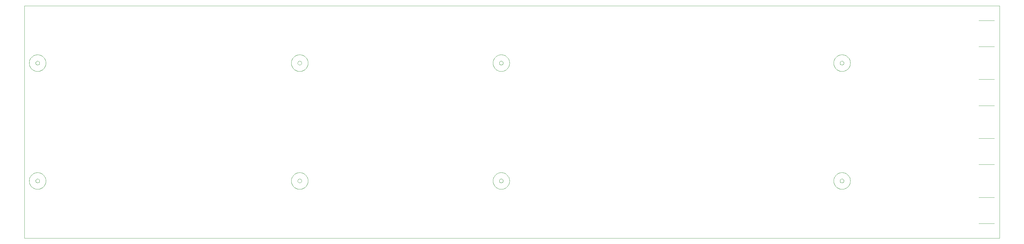
<source format=gbs>
*%FSLAX23Y23*%
*%MOIN*%
G01*
D11*
X4162Y5737D02*
X15879D01*
Y8532D02*
X4162D01*
Y5737D01*
X15879D02*
Y8532D01*
D34*
X15711Y8018D02*
D03*
Y8378D02*
D03*
X15731Y8298D02*
D03*
Y8098D02*
D03*
X15711Y7308D02*
D03*
Y7668D02*
D03*
X15731Y7588D02*
D03*
Y7388D02*
D03*
Y6880D02*
D03*
X15711Y6960D02*
D03*
X15811Y8018D02*
D03*
Y8378D02*
D03*
Y8298D02*
D03*
Y8098D02*
D03*
Y7308D02*
D03*
Y7668D02*
D03*
Y7588D02*
D03*
Y7388D02*
D03*
Y6880D02*
D03*
Y6960D02*
D03*
X15651Y8298D02*
D03*
Y8098D02*
D03*
Y7588D02*
D03*
Y7388D02*
D03*
Y6880D02*
D03*
X15731Y6680D02*
D03*
X15711Y6600D02*
D03*
X15731Y5971D02*
D03*
Y6171D02*
D03*
X15711Y6251D02*
D03*
Y5891D02*
D03*
X15811Y6680D02*
D03*
Y6600D02*
D03*
Y5971D02*
D03*
Y6171D02*
D03*
Y6251D02*
D03*
Y5891D02*
D03*
X15651Y6680D02*
D03*
Y5971D02*
D03*
Y6171D02*
D03*
X15501Y8103D02*
D03*
Y8308D02*
D03*
Y7393D02*
D03*
Y7598D02*
D03*
Y6890D02*
D03*
X15571Y8298D02*
D03*
X15611Y8018D02*
D03*
Y8378D02*
D03*
X15571Y8098D02*
D03*
Y7588D02*
D03*
X15611Y7308D02*
D03*
Y7668D02*
D03*
X15571Y7388D02*
D03*
X15611Y6960D02*
D03*
X15571Y6880D02*
D03*
X15436Y8118D02*
D03*
X15446Y8333D02*
D03*
X15436Y7408D02*
D03*
X15446Y7623D02*
D03*
Y6915D02*
D03*
X15501Y6685D02*
D03*
Y6181D02*
D03*
Y5976D02*
D03*
X15571Y6680D02*
D03*
X15611Y6600D02*
D03*
X15571Y5971D02*
D03*
X15611Y6251D02*
D03*
Y5891D02*
D03*
X15571Y6171D02*
D03*
X15436Y6700D02*
D03*
X15446Y6206D02*
D03*
X15436Y5991D02*
D03*
X15336Y8458D02*
D03*
Y7040D02*
D03*
Y7748D02*
D03*
X15321Y8168D02*
D03*
Y8373D02*
D03*
Y7458D02*
D03*
Y7663D02*
D03*
Y6955D02*
D03*
X15376Y8143D02*
D03*
X15386Y8358D02*
D03*
X15376Y7433D02*
D03*
X15386Y7648D02*
D03*
Y6940D02*
D03*
X15251Y8178D02*
D03*
Y8053D02*
D03*
Y7983D02*
D03*
Y7918D02*
D03*
Y8118D02*
D03*
Y8378D02*
D03*
Y7468D02*
D03*
Y7343D02*
D03*
Y7273D02*
D03*
Y7208D02*
D03*
Y7408D02*
D03*
Y7668D02*
D03*
Y6960D02*
D03*
X15336Y6331D02*
D03*
X15321Y6750D02*
D03*
Y6246D02*
D03*
Y6041D02*
D03*
X15376Y6725D02*
D03*
X15386Y6231D02*
D03*
X15376Y6016D02*
D03*
X15251Y6700D02*
D03*
Y6500D02*
D03*
Y6565D02*
D03*
Y6635D02*
D03*
Y6760D02*
D03*
Y6251D02*
D03*
Y5991D02*
D03*
Y5791D02*
D03*
Y5856D02*
D03*
Y5926D02*
D03*
Y6051D02*
D03*
X15121Y8378D02*
D03*
Y8178D02*
D03*
Y8118D02*
D03*
Y7918D02*
D03*
Y7668D02*
D03*
Y7468D02*
D03*
Y7408D02*
D03*
Y7208D02*
D03*
Y6960D02*
D03*
X15186Y8178D02*
D03*
Y8118D02*
D03*
Y7918D02*
D03*
Y7468D02*
D03*
Y7408D02*
D03*
Y7208D02*
D03*
X15061Y6960D02*
D03*
X15061Y8378D02*
D03*
Y8178D02*
D03*
Y8118D02*
D03*
Y7918D02*
D03*
Y7668D02*
D03*
Y7468D02*
D03*
Y7408D02*
D03*
Y7208D02*
D03*
X15121Y6500D02*
D03*
Y6700D02*
D03*
Y6760D02*
D03*
Y5791D02*
D03*
Y5991D02*
D03*
Y6051D02*
D03*
Y6251D02*
D03*
X15186Y6500D02*
D03*
Y6700D02*
D03*
Y6760D02*
D03*
Y5791D02*
D03*
Y5991D02*
D03*
Y6051D02*
D03*
X15061Y6500D02*
D03*
Y6700D02*
D03*
Y6760D02*
D03*
Y5791D02*
D03*
Y5991D02*
D03*
Y6051D02*
D03*
Y6251D02*
D03*
X14946Y8448D02*
D03*
X15026Y8423D02*
D03*
X14901Y8448D02*
D03*
X15016Y8483D02*
D03*
X14946Y7030D02*
D03*
Y7738D02*
D03*
X15016Y7773D02*
D03*
X15026Y7713D02*
D03*
X14931Y8148D02*
D03*
Y7438D02*
D03*
X14901Y7738D02*
D03*
Y7030D02*
D03*
X15001Y8178D02*
D03*
Y8378D02*
D03*
Y7918D02*
D03*
Y8118D02*
D03*
Y7668D02*
D03*
Y7208D02*
D03*
Y7408D02*
D03*
X15016Y7065D02*
D03*
X15001Y6960D02*
D03*
X15026Y7005D02*
D03*
X15001Y7468D02*
D03*
X14946Y6321D02*
D03*
X15026Y6296D02*
D03*
X14931Y6730D02*
D03*
X14901Y6321D02*
D03*
X14931Y6021D02*
D03*
X15001Y6700D02*
D03*
Y6500D02*
D03*
Y6760D02*
D03*
X15016Y6356D02*
D03*
X15001Y5991D02*
D03*
Y5791D02*
D03*
Y6251D02*
D03*
Y6051D02*
D03*
X14736Y8073D02*
D03*
Y7363D02*
D03*
X14686Y8023D02*
D03*
Y8333D02*
D03*
Y7313D02*
D03*
Y7623D02*
D03*
Y6915D02*
D03*
X14736Y6655D02*
D03*
Y5946D02*
D03*
X14686Y6605D02*
D03*
Y6206D02*
D03*
Y5896D02*
D03*
X14606Y8063D02*
D03*
X14606Y8173D02*
D03*
Y8123D02*
D03*
Y7463D02*
D03*
Y7413D02*
D03*
X14496Y8203D02*
D03*
Y8093D02*
D03*
X14496Y7493D02*
D03*
Y7383D02*
D03*
X14606Y7353D02*
D03*
X14493Y8017D02*
D03*
Y8057D02*
D03*
Y7977D02*
D03*
Y7937D02*
D03*
Y7897D02*
D03*
Y7857D02*
D03*
Y7817D02*
D03*
Y7547D02*
D03*
Y7307D02*
D03*
Y7267D02*
D03*
Y7227D02*
D03*
Y7187D02*
D03*
Y7147D02*
D03*
Y7107D02*
D03*
X14496Y8253D02*
D03*
X14464Y7002D02*
D03*
Y7705D02*
D03*
X14606Y6705D02*
D03*
Y6755D02*
D03*
Y5996D02*
D03*
Y6046D02*
D03*
X14496Y6785D02*
D03*
Y6675D02*
D03*
X14496Y5966D02*
D03*
Y6076D02*
D03*
X14606Y6645D02*
D03*
Y5936D02*
D03*
X14493Y6827D02*
D03*
Y6587D02*
D03*
Y6547D02*
D03*
Y6507D02*
D03*
Y6467D02*
D03*
Y6427D02*
D03*
Y6387D02*
D03*
Y6277D02*
D03*
Y6127D02*
D03*
Y5927D02*
D03*
Y5887D02*
D03*
Y5847D02*
D03*
Y5807D02*
D03*
Y5767D02*
D03*
X14464Y6295D02*
D03*
X14446Y8333D02*
D03*
Y7623D02*
D03*
Y6915D02*
D03*
X14451Y8203D02*
D03*
Y8093D02*
D03*
X14451Y7493D02*
D03*
Y7383D02*
D03*
X14341Y7943D02*
D03*
Y7998D02*
D03*
Y7833D02*
D03*
Y7888D02*
D03*
X14306Y8156D02*
D03*
X14352Y8185D02*
D03*
X14341Y7778D02*
D03*
X14335Y7715D02*
D03*
X14320Y7655D02*
D03*
X14388Y7377D02*
D03*
X14342Y7480D02*
D03*
X14331Y7359D02*
D03*
X14398Y8084D02*
D03*
X14399Y8199D02*
D03*
X14397Y7492D02*
D03*
X14293Y7599D02*
D03*
X14281Y7328D02*
D03*
X14288Y7461D02*
D03*
X14360Y8055D02*
D03*
X14265Y8111D02*
D03*
X14256Y7547D02*
D03*
X14446Y6206D02*
D03*
X14451Y6785D02*
D03*
Y6675D02*
D03*
X14451Y5966D02*
D03*
Y6076D02*
D03*
X14330Y6809D02*
D03*
X14341Y6688D02*
D03*
X14306Y6013D02*
D03*
X14341Y6171D02*
D03*
X14360Y6114D02*
D03*
X14352Y5984D02*
D03*
X14341Y6391D02*
D03*
Y6331D02*
D03*
Y6281D02*
D03*
Y6226D02*
D03*
X14335Y6454D02*
D03*
X14320Y6514D02*
D03*
X14387Y6791D02*
D03*
X14396Y6676D02*
D03*
X14398Y6085D02*
D03*
X14399Y5970D02*
D03*
X14287Y6707D02*
D03*
X14280Y6840D02*
D03*
X14293Y6570D02*
D03*
X14265Y6058D02*
D03*
X14256Y6622D02*
D03*
X14231Y7778D02*
D03*
X14223Y7714D02*
D03*
X14198Y7655D02*
D03*
X14158Y7604D02*
D03*
X14099Y8119D02*
D03*
X14110Y6860D02*
D03*
X14153Y6964D02*
D03*
X14106Y7564D02*
D03*
X14109Y7445D02*
D03*
X14164Y7470D02*
D03*
X14191Y7396D02*
D03*
X14154Y7204D02*
D03*
X14111Y7308D02*
D03*
X14239Y6884D02*
D03*
X14200Y6928D02*
D03*
X14231Y7943D02*
D03*
Y7998D02*
D03*
Y7833D02*
D03*
Y7888D02*
D03*
X14239Y8057D02*
D03*
X14213Y7505D02*
D03*
X14240Y7285D02*
D03*
X14238Y7432D02*
D03*
X14201Y7240D02*
D03*
X14103Y6993D02*
D03*
X14104Y7175D02*
D03*
X14152Y7352D02*
D03*
X14060Y6891D02*
D03*
X14061Y7277D02*
D03*
X14151Y6817D02*
D03*
X14106Y6605D02*
D03*
X14109Y6724D02*
D03*
X14164Y6699D02*
D03*
X14158Y6565D02*
D03*
X14190Y6772D02*
D03*
X14237Y6736D02*
D03*
X14231Y6171D02*
D03*
X14239Y6112D02*
D03*
X14231Y6391D02*
D03*
Y6331D02*
D03*
Y6281D02*
D03*
Y6226D02*
D03*
X14213Y6664D02*
D03*
X14223Y6455D02*
D03*
X14198Y6514D02*
D03*
X14010Y8210D02*
D03*
X13991Y7423D02*
D03*
X13931D02*
D03*
X13991Y7533D02*
D03*
X13931D02*
D03*
Y7253D02*
D03*
Y7143D02*
D03*
X13991Y7144D02*
D03*
X13931Y7025D02*
D03*
Y6915D02*
D03*
X13988Y7024D02*
D03*
X13995Y6912D02*
D03*
X14052Y7428D02*
D03*
X14050Y7156D02*
D03*
X13997Y7257D02*
D03*
X14047Y7013D02*
D03*
X14050Y7541D02*
D03*
X13870Y7025D02*
D03*
Y6915D02*
D03*
X13871Y7533D02*
D03*
Y7423D02*
D03*
X13870Y7253D02*
D03*
Y7143D02*
D03*
X13879Y7965D02*
D03*
X13933Y6130D02*
D03*
X13991Y6746D02*
D03*
X13931D02*
D03*
X13991Y6636D02*
D03*
X13931D02*
D03*
X14050Y6628D02*
D03*
X14052Y6741D02*
D03*
X13973Y6131D02*
D03*
X14002Y5987D02*
D03*
X13871Y6636D02*
D03*
Y6746D02*
D03*
X13810Y8209D02*
D03*
X13851Y8061D02*
D03*
X13803Y8063D02*
D03*
X13739Y7691D02*
D03*
X13672Y7888D02*
D03*
X13702Y6030D02*
D03*
X13802Y6015D02*
D03*
X13800Y6295D02*
D03*
X13749Y6155D02*
D03*
X13838Y6542D02*
D03*
X13639Y8133D02*
D03*
X13497Y8168D02*
D03*
X13485Y8373D02*
D03*
Y8239D02*
D03*
Y8306D02*
D03*
X13558Y7762D02*
D03*
X13639Y7798D02*
D03*
X13548Y5790D02*
D03*
Y5857D02*
D03*
Y5924D02*
D03*
X13560Y5995D02*
D03*
X13556Y6066D02*
D03*
Y6136D02*
D03*
Y6211D02*
D03*
Y6282D02*
D03*
X13563Y6423D02*
D03*
X13493Y5770D02*
D03*
X13554Y6347D02*
D03*
X13316Y8136D02*
D03*
X13454Y7861D02*
D03*
X13343Y6018D02*
D03*
X13225Y8034D02*
D03*
X13158Y7869D02*
D03*
X13151Y7786D02*
D03*
X13158Y5814D02*
D03*
X13237Y5904D02*
D03*
X13127Y6286D02*
D03*
X13095D02*
D03*
X13009Y6077D02*
D03*
X12989Y6416D02*
D03*
X12946Y5873D02*
D03*
Y5912D02*
D03*
X13009Y6207D02*
D03*
X13032Y6227D02*
D03*
X13056Y6247D02*
D03*
X13060Y6286D02*
D03*
X12938Y6148D02*
D03*
X12962Y6168D02*
D03*
X12985Y6188D02*
D03*
X12918Y5932D02*
D03*
Y5892D02*
D03*
X12914Y6129D02*
D03*
X12891Y6109D02*
D03*
X12942Y6077D02*
D03*
X13007Y5873D02*
D03*
X12790Y8497D02*
D03*
X12716D02*
D03*
X12780Y7914D02*
D03*
X12780Y7849D02*
D03*
X12847Y5814D02*
D03*
Y5853D02*
D03*
Y5991D02*
D03*
Y6030D02*
D03*
X12824Y5833D02*
D03*
Y5794D02*
D03*
Y6010D02*
D03*
X12710Y6266D02*
D03*
X12826Y5971D02*
D03*
X12871Y6054D02*
D03*
X12678Y8420D02*
D03*
X12664Y8489D02*
D03*
X12603Y8016D02*
D03*
X12631Y7914D02*
D03*
Y7851D02*
D03*
X12497Y7914D02*
D03*
Y7851D02*
D03*
X12662Y6109D02*
D03*
X12682Y6286D02*
D03*
X12643Y5892D02*
D03*
X12662Y6070D02*
D03*
Y6148D02*
D03*
Y6188D02*
D03*
X12686Y6247D02*
D03*
X12662Y6227D02*
D03*
X12666Y6030D02*
D03*
X12643Y6010D02*
D03*
X12619Y5991D02*
D03*
X12595Y5971D02*
D03*
X12572Y5951D02*
D03*
X12548Y5932D02*
D03*
X12619Y5873D02*
D03*
X12595Y5853D02*
D03*
X12572Y5833D02*
D03*
X12548Y5814D02*
D03*
X12690Y6050D02*
D03*
Y6089D02*
D03*
Y6129D02*
D03*
Y6168D02*
D03*
Y6207D02*
D03*
X12525Y5912D02*
D03*
X12521Y5794D02*
D03*
X12361Y8489D02*
D03*
X12412Y7975D02*
D03*
X12477Y8016D02*
D03*
X12363Y7125D02*
D03*
X12324Y7794D02*
D03*
X12403Y6404D02*
D03*
X12332D02*
D03*
X12296Y7955D02*
D03*
X12229Y8408D02*
D03*
X12151Y7125D02*
D03*
X12265Y7794D02*
D03*
X12127Y7144D02*
D03*
X12078Y8473D02*
D03*
X12078Y8408D02*
D03*
Y8333D02*
D03*
X11997Y7396D02*
D03*
X12056Y7333D02*
D03*
X11922Y7172D02*
D03*
X11942Y5904D02*
D03*
X11938Y6321D02*
D03*
X11942Y5987D02*
D03*
X11954Y6140D02*
D03*
X12074Y6097D02*
D03*
X11749Y6853D02*
D03*
X11769Y7038D02*
D03*
X11765Y7073D02*
D03*
X11773Y6999D02*
D03*
X11780Y6959D02*
D03*
X11761Y7355D02*
D03*
Y7288D02*
D03*
Y7319D02*
D03*
X11823Y6109D02*
D03*
X11800Y6790D02*
D03*
X11863Y6117D02*
D03*
X11899Y6384D02*
D03*
X11832Y5849D02*
D03*
Y5947D02*
D03*
X11859Y6156D02*
D03*
X11903Y6093D02*
D03*
X11867Y5932D02*
D03*
X11800Y6321D02*
D03*
X11832Y6833D02*
D03*
X11560Y7314D02*
D03*
X11674Y7345D02*
D03*
X11566Y7465D02*
D03*
X11567Y6983D02*
D03*
X11710Y5896D02*
D03*
X11609Y5901D02*
D03*
X11710Y6010D02*
D03*
X11556Y6798D02*
D03*
X11712Y5814D02*
D03*
X11559Y6219D02*
D03*
X11584Y6687D02*
D03*
X11591Y6718D02*
D03*
X11521Y6845D02*
D03*
Y6719D02*
D03*
X11609Y5952D02*
D03*
X11509Y6688D02*
D03*
X11442Y6904D02*
D03*
Y7396D02*
D03*
X11332Y7755D02*
D03*
X11485Y5987D02*
D03*
X11261Y7755D02*
D03*
X11261Y7951D02*
D03*
X11162Y6908D02*
D03*
Y7384D02*
D03*
X11214Y7251D02*
D03*
X11237Y7353D02*
D03*
Y7278D02*
D03*
X11265Y7247D02*
D03*
X11237Y6896D02*
D03*
X11162Y7302D02*
D03*
X11308Y7467D02*
D03*
Y6983D02*
D03*
X11135Y7384D02*
D03*
Y6908D02*
D03*
X11214Y6774D02*
D03*
X11162Y6821D02*
D03*
X11237Y6798D02*
D03*
X11265Y6774D02*
D03*
X10962Y8085D02*
D03*
X11110Y8044D02*
D03*
X11123Y7251D02*
D03*
X11029Y7321D02*
D03*
X11111Y7042D02*
D03*
X11111Y7519D02*
D03*
X10996Y7219D02*
D03*
X11032Y6865D02*
D03*
X11119Y7101D02*
D03*
X11111Y7566D02*
D03*
X11056Y6067D02*
D03*
X11048Y6188D02*
D03*
X10996Y6761D02*
D03*
X11123Y6774D02*
D03*
X11083Y6219D02*
D03*
X10944Y5833D02*
D03*
X10934Y5901D02*
D03*
X10808Y7066D02*
D03*
X10800Y6991D02*
D03*
X10804Y6928D02*
D03*
X10769Y7290D02*
D03*
Y6833D02*
D03*
X10229Y7105D02*
D03*
X10190Y6963D02*
D03*
X10151D02*
D03*
X10165Y5942D02*
D03*
X10032Y6963D02*
D03*
X9993D02*
D03*
X10111Y6963D02*
D03*
X10072Y6963D02*
D03*
X9954Y7105D02*
D03*
X9836Y6963D02*
D03*
X9796D02*
D03*
X9914D02*
D03*
X9875D02*
D03*
X9757Y6963D02*
D03*
X9651Y8174D02*
D03*
X9580Y7966D02*
D03*
X9678Y7105D02*
D03*
X9639Y6963D02*
D03*
X9599Y6963D02*
D03*
X9717Y6963D02*
D03*
X9560D02*
D03*
X9560Y6286D02*
D03*
X9674Y6570D02*
D03*
X9717Y6278D02*
D03*
Y6215D02*
D03*
X9717Y6247D02*
D03*
X9717Y6341D02*
D03*
X9674Y6644D02*
D03*
X9717Y6381D02*
D03*
X9717Y6310D02*
D03*
X9563Y6212D02*
D03*
Y6180D02*
D03*
Y6243D02*
D03*
X9509Y8174D02*
D03*
X9403Y7105D02*
D03*
X9481Y6963D02*
D03*
X9442D02*
D03*
X9521D02*
D03*
X9414Y6391D02*
D03*
X9544Y6081D02*
D03*
X9511D02*
D03*
X9481D02*
D03*
X9447D02*
D03*
X9417D02*
D03*
X9446Y6191D02*
D03*
X9478Y6413D02*
D03*
X9383Y6414D02*
D03*
X9385Y6081D02*
D03*
X9369Y6702D02*
D03*
X9206Y7105D02*
D03*
X9284Y6963D02*
D03*
X9245D02*
D03*
X9324D02*
D03*
X9363Y6963D02*
D03*
X9221Y6272D02*
D03*
X9222Y6177D02*
D03*
X9221Y6336D02*
D03*
X9311Y6366D02*
D03*
X9336Y6182D02*
D03*
X9323Y6071D02*
D03*
X9268Y6095D02*
D03*
X9088Y7105D02*
D03*
X9127Y6975D02*
D03*
X9166D02*
D03*
X9162Y6236D02*
D03*
X8949Y5948D02*
D03*
X8143Y6066D02*
D03*
X7849Y8183D02*
D03*
X7778Y7977D02*
D03*
X7687Y8183D02*
D03*
X6445Y6323D02*
D03*
X6270Y6793D02*
D03*
X6362Y6671D02*
D03*
X6210Y6262D02*
D03*
X5561Y7916D02*
D03*
X5321Y7415D02*
D03*
X5294Y6917D02*
D03*
X5266Y6994D02*
D03*
X5155Y7389D02*
D03*
X5242Y6944D02*
D03*
X5187Y6969D02*
D03*
X5218Y7021D02*
D03*
X5116Y6892D02*
D03*
X5072Y7439D02*
D03*
X4990Y7912D02*
D03*
X5039Y7465D02*
D03*
Y7495D02*
D03*
X5038Y7235D02*
D03*
X5039Y7046D02*
D03*
Y7098D02*
D03*
Y6816D02*
D03*
X4748Y7235D02*
D03*
X4853Y7474D02*
D03*
X4845Y8003D02*
D03*
X4846Y7863D02*
D03*
X4751Y6816D02*
D03*
X4614Y7100D02*
D03*
X4579Y7415D02*
D03*
X4592Y7896D02*
D03*
D38*
X13383Y7050D02*
D03*
X13343D02*
D03*
Y7125D02*
D03*
X13304D02*
D03*
D46*
X14463Y8421D02*
D03*
X9778Y8082D02*
D03*
X9436Y8091D02*
D03*
X7986Y8090D02*
D03*
X7621Y8089D02*
D03*
D59*
X11173Y7717D02*
D03*
Y7777D02*
D03*
Y7837D02*
D03*
Y7897D02*
D03*
X10993Y7837D02*
D03*
Y7777D02*
D03*
Y7717D02*
D03*
X11053D02*
D03*
Y7777D02*
D03*
Y7897D02*
D03*
X11113D02*
D03*
Y7777D02*
D03*
Y7717D02*
D03*
X11053Y7837D02*
D03*
X11113D02*
D03*
X10933D02*
D03*
Y7777D02*
D03*
Y7717D02*
D03*
Y7897D02*
D03*
X10993D02*
D03*
X10873Y7717D02*
D03*
Y7777D02*
D03*
Y7837D02*
D03*
Y7897D02*
D03*
X9599Y7928D02*
D03*
X9654D02*
D03*
X9710D02*
D03*
X9599Y7873D02*
D03*
X9654D02*
D03*
X9599Y7818D02*
D03*
X9710Y7873D02*
D03*
X9654Y7818D02*
D03*
X9710D02*
D03*
Y7762D02*
D03*
X9654D02*
D03*
X9599D02*
D03*
X9489Y7928D02*
D03*
X9544D02*
D03*
X9489Y7873D02*
D03*
X9544D02*
D03*
X9489Y7818D02*
D03*
X9544D02*
D03*
X9489Y7762D02*
D03*
X9544D02*
D03*
X7812Y7936D02*
D03*
X7922Y7936D02*
D03*
X7812Y7881D02*
D03*
X7867D02*
D03*
X7922D02*
D03*
X7812Y7825D02*
D03*
X7867D02*
D03*
X7922D02*
D03*
X7867Y7770D02*
D03*
X7922D02*
D03*
X7867Y7936D02*
D03*
X7812Y7770D02*
D03*
X7647Y7881D02*
D03*
X7702D02*
D03*
X7757D02*
D03*
X7647Y7825D02*
D03*
X7702D02*
D03*
X7757D02*
D03*
X7647Y7770D02*
D03*
X7702D02*
D03*
X7757D02*
D03*
X7647Y7936D02*
D03*
X7702D02*
D03*
X7757D02*
D03*
X6853Y6727D02*
D03*
X6923D02*
D03*
Y6657D02*
D03*
X6853D02*
D03*
Y6587D02*
D03*
X6923D02*
D03*
X6853Y6517D02*
D03*
X6923D02*
D03*
Y6797D02*
D03*
Y6447D02*
D03*
X6853D02*
D03*
Y6797D02*
D03*
X6713Y6727D02*
D03*
X6783D02*
D03*
Y6657D02*
D03*
X6713D02*
D03*
Y6587D02*
D03*
X6783D02*
D03*
X6713Y6517D02*
D03*
X6783D02*
D03*
X6713Y6447D02*
D03*
X6783D02*
D03*
X6713Y6797D02*
D03*
X6783D02*
D03*
X6643Y6727D02*
D03*
Y6657D02*
D03*
Y6587D02*
D03*
Y6517D02*
D03*
Y6447D02*
D03*
Y6797D02*
D03*
X6573Y6447D02*
D03*
Y6517D02*
D03*
Y6587D02*
D03*
Y6657D02*
D03*
Y6797D02*
D03*
Y6727D02*
D03*
D72*
X13058Y6028D02*
D03*
X7247Y7148D02*
D03*
X7331Y6687D02*
D03*
X8671Y6329D02*
D03*
X8571D02*
D03*
Y6251D02*
D03*
X8671D02*
D03*
D74*
X9269Y6592D02*
D03*
X9469D02*
D03*
X4270Y7185D02*
D03*
Y7585D02*
D03*
X4370Y6635D02*
D03*
X4270Y6685D02*
D03*
X4370Y6735D02*
D03*
X4270Y6785D02*
D03*
X4370Y6835D02*
D03*
X4270Y6885D02*
D03*
X4370Y6935D02*
D03*
X4270Y6985D02*
D03*
X4370Y7035D02*
D03*
X4270Y7085D02*
D03*
X4370Y7135D02*
D03*
Y7235D02*
D03*
X4270Y7285D02*
D03*
X4370Y7335D02*
D03*
X4270Y7385D02*
D03*
X4370Y7435D02*
D03*
X4270Y7485D02*
D03*
X4370Y7535D02*
D03*
D75*
X10403Y6349D02*
D03*
X10241Y6345D02*
D03*
X10162Y6459D02*
D03*
X10320D02*
D03*
X6194Y6583D02*
D03*
Y6723D02*
D03*
D79*
X11184Y6345D02*
D03*
X11284D02*
D03*
X11384D02*
D03*
X11484D02*
D03*
X11584D02*
D03*
X11684D02*
D03*
X9482Y5815D02*
D03*
X9382Y5915D02*
D03*
Y5815D02*
D03*
X9282D02*
D03*
Y5915D02*
D03*
X9182D02*
D03*
Y5815D02*
D03*
X9482Y5915D02*
D03*
X9582Y5815D02*
D03*
X6898Y7229D02*
D03*
X6898Y7012D02*
D03*
D81*
X13885Y7843D02*
X13886D01*
X13885D02*
X13886Y7828D01*
X13889Y7813D01*
X13895Y7800D01*
X13902Y7787D01*
X13912Y7775D01*
X13923Y7765D01*
X13935Y7756D01*
X13948Y7750D01*
X13963Y7745D01*
X13978Y7743D01*
X13992D01*
X14007Y7745D01*
X14022Y7750D01*
X14035Y7756D01*
X14047Y7765D01*
X14058Y7775D01*
X14068Y7787D01*
X14075Y7800D01*
X14081Y7813D01*
X14084Y7828D01*
X14085Y7843D01*
X14086D01*
X14085D02*
X14084Y7858D01*
X14081Y7873D01*
X14075Y7886D01*
X14068Y7899D01*
X14058Y7911D01*
X14047Y7921D01*
X14035Y7930D01*
X14022Y7936D01*
X14007Y7941D01*
X13992Y7943D01*
X13978D01*
X13963Y7941D01*
X13948Y7936D01*
X13935Y7930D01*
X13923Y7921D01*
X13912Y7911D01*
X13902Y7899D01*
X13895Y7886D01*
X13889Y7873D01*
X13886Y7858D01*
X13885Y7843D01*
X13962D02*
X13963D01*
X13962D02*
X13963Y7835D01*
X13967Y7828D01*
X13973Y7823D01*
X13981Y7820D01*
X13989D01*
X13997Y7823D01*
X14003Y7828D01*
X14007Y7835D01*
X14008Y7843D01*
X14009D01*
X14008D02*
X14007Y7851D01*
X14003Y7858D01*
X13997Y7863D01*
X13989Y7866D01*
X13981D01*
X13973Y7863D01*
X13967Y7858D01*
X13963Y7851D01*
X13962Y7843D01*
X13885Y6426D02*
X13886D01*
X13885D02*
X13886Y6411D01*
X13889Y6396D01*
X13895Y6383D01*
X13902Y6370D01*
X13912Y6358D01*
X13923Y6348D01*
X13935Y6339D01*
X13948Y6333D01*
X13963Y6328D01*
X13978Y6326D01*
X13992D01*
X14007Y6328D01*
X14022Y6333D01*
X14035Y6339D01*
X14047Y6348D01*
X14058Y6358D01*
X14068Y6370D01*
X14075Y6383D01*
X14081Y6396D01*
X14084Y6411D01*
X14085Y6426D01*
X14086D01*
X14085D02*
X14084Y6441D01*
X14081Y6456D01*
X14075Y6469D01*
X14068Y6482D01*
X14058Y6494D01*
X14047Y6504D01*
X14035Y6513D01*
X14022Y6519D01*
X14007Y6524D01*
X13992Y6526D01*
X13978D01*
X13963Y6524D01*
X13948Y6519D01*
X13935Y6513D01*
X13923Y6504D01*
X13912Y6494D01*
X13902Y6482D01*
X13895Y6469D01*
X13889Y6456D01*
X13886Y6441D01*
X13885Y6426D01*
X13962D02*
X13963D01*
X13962D02*
X13963Y6418D01*
X13967Y6411D01*
X13973Y6406D01*
X13981Y6403D01*
X13989D01*
X13997Y6406D01*
X14003Y6411D01*
X14007Y6418D01*
X14008Y6426D01*
X14009D01*
X14008D02*
X14007Y6434D01*
X14003Y6441D01*
X13997Y6446D01*
X13989Y6449D01*
X13981D01*
X13973Y6446D01*
X13967Y6441D01*
X13963Y6434D01*
X13962Y6426D01*
X9791Y7843D02*
X9792D01*
X9791D02*
X9792Y7828D01*
X9795Y7813D01*
X9801Y7800D01*
X9808Y7787D01*
X9818Y7775D01*
X9829Y7765D01*
X9841Y7756D01*
X9854Y7750D01*
X9869Y7745D01*
X9884Y7743D01*
X9898D01*
X9913Y7745D01*
X9928Y7750D01*
X9941Y7756D01*
X9953Y7765D01*
X9964Y7775D01*
X9974Y7787D01*
X9981Y7800D01*
X9987Y7813D01*
X9990Y7828D01*
X9991Y7843D01*
X9992D01*
X9991D02*
X9990Y7858D01*
X9987Y7873D01*
X9981Y7886D01*
X9974Y7899D01*
X9964Y7911D01*
X9953Y7921D01*
X9941Y7930D01*
X9928Y7936D01*
X9913Y7941D01*
X9898Y7943D01*
X9884D01*
X9869Y7941D01*
X9854Y7936D01*
X9841Y7930D01*
X9829Y7921D01*
X9818Y7911D01*
X9808Y7899D01*
X9801Y7886D01*
X9795Y7873D01*
X9792Y7858D01*
X9791Y7843D01*
X9868D02*
X9869D01*
X9868D02*
X9869Y7835D01*
X9873Y7828D01*
X9879Y7823D01*
X9887Y7820D01*
X9895D01*
X9903Y7823D01*
X9909Y7828D01*
X9913Y7835D01*
X9914Y7843D01*
X9915D01*
X9914D02*
X9913Y7851D01*
X9909Y7858D01*
X9903Y7863D01*
X9895Y7866D01*
X9887D01*
X9879Y7863D01*
X9873Y7858D01*
X9869Y7851D01*
X9868Y7843D01*
X9791Y6426D02*
X9792D01*
X9791D02*
X9792Y6411D01*
X9795Y6396D01*
X9801Y6383D01*
X9808Y6370D01*
X9818Y6358D01*
X9829Y6348D01*
X9841Y6339D01*
X9854Y6333D01*
X9869Y6328D01*
X9884Y6326D01*
X9898D01*
X9913Y6328D01*
X9928Y6333D01*
X9941Y6339D01*
X9953Y6348D01*
X9964Y6358D01*
X9974Y6370D01*
X9981Y6383D01*
X9987Y6396D01*
X9990Y6411D01*
X9991Y6426D01*
X9992D01*
X9991D02*
X9990Y6441D01*
X9987Y6456D01*
X9981Y6469D01*
X9974Y6482D01*
X9964Y6494D01*
X9953Y6504D01*
X9941Y6513D01*
X9928Y6519D01*
X9913Y6524D01*
X9898Y6526D01*
X9884D01*
X9869Y6524D01*
X9854Y6519D01*
X9841Y6513D01*
X9829Y6504D01*
X9818Y6494D01*
X9808Y6482D01*
X9801Y6469D01*
X9795Y6456D01*
X9792Y6441D01*
X9791Y6426D01*
X9868D02*
X9869D01*
X9868D02*
X9869Y6418D01*
X9873Y6411D01*
X9879Y6406D01*
X9887Y6403D01*
X9895D01*
X9903Y6406D01*
X9909Y6411D01*
X9913Y6418D01*
X9914Y6426D01*
X9915D01*
X9914D02*
X9913Y6434D01*
X9909Y6441D01*
X9903Y6446D01*
X9895Y6449D01*
X9887D01*
X9879Y6446D01*
X9873Y6441D01*
X9869Y6434D01*
X9868Y6426D01*
X7369Y7843D02*
X7370D01*
X7369D02*
X7370Y7828D01*
X7373Y7813D01*
X7379Y7800D01*
X7386Y7787D01*
X7396Y7775D01*
X7407Y7765D01*
X7419Y7756D01*
X7432Y7750D01*
X7447Y7745D01*
X7462Y7743D01*
X7476D01*
X7491Y7745D01*
X7506Y7750D01*
X7519Y7756D01*
X7531Y7765D01*
X7542Y7775D01*
X7552Y7787D01*
X7559Y7800D01*
X7565Y7813D01*
X7568Y7828D01*
X7569Y7843D01*
X7570D01*
X7569D02*
X7568Y7858D01*
X7565Y7873D01*
X7559Y7886D01*
X7552Y7899D01*
X7542Y7911D01*
X7531Y7921D01*
X7519Y7930D01*
X7506Y7936D01*
X7491Y7941D01*
X7476Y7943D01*
X7462D01*
X7447Y7941D01*
X7432Y7936D01*
X7419Y7930D01*
X7407Y7921D01*
X7396Y7911D01*
X7386Y7899D01*
X7379Y7886D01*
X7373Y7873D01*
X7370Y7858D01*
X7369Y7843D01*
X7446D02*
X7447D01*
X7446D02*
X7447Y7835D01*
X7451Y7828D01*
X7457Y7823D01*
X7465Y7820D01*
X7473D01*
X7481Y7823D01*
X7487Y7828D01*
X7491Y7835D01*
X7492Y7843D01*
X7493D01*
X7492D02*
X7491Y7851D01*
X7487Y7858D01*
X7481Y7863D01*
X7473Y7866D01*
X7465D01*
X7457Y7863D01*
X7451Y7858D01*
X7447Y7851D01*
X7446Y7843D01*
X7369Y6426D02*
X7370D01*
X7369D02*
X7370Y6411D01*
X7373Y6396D01*
X7379Y6383D01*
X7386Y6370D01*
X7396Y6358D01*
X7407Y6348D01*
X7419Y6339D01*
X7432Y6333D01*
X7447Y6328D01*
X7462Y6326D01*
X7476D01*
X7491Y6328D01*
X7506Y6333D01*
X7519Y6339D01*
X7531Y6348D01*
X7542Y6358D01*
X7552Y6370D01*
X7559Y6383D01*
X7565Y6396D01*
X7568Y6411D01*
X7569Y6426D01*
X7570D01*
X7569D02*
X7568Y6441D01*
X7565Y6456D01*
X7559Y6469D01*
X7552Y6482D01*
X7542Y6494D01*
X7531Y6504D01*
X7519Y6513D01*
X7506Y6519D01*
X7491Y6524D01*
X7476Y6526D01*
X7462D01*
X7447Y6524D01*
X7432Y6519D01*
X7419Y6513D01*
X7407Y6504D01*
X7396Y6494D01*
X7386Y6482D01*
X7379Y6469D01*
X7373Y6456D01*
X7370Y6441D01*
X7369Y6426D01*
X7446D02*
X7447D01*
X7446D02*
X7447Y6418D01*
X7451Y6411D01*
X7457Y6406D01*
X7465Y6403D01*
X7473D01*
X7481Y6406D01*
X7487Y6411D01*
X7491Y6418D01*
X7492Y6426D01*
X7493D01*
X7492D02*
X7491Y6434D01*
X7487Y6441D01*
X7481Y6446D01*
X7473Y6449D01*
X7465D01*
X7457Y6446D01*
X7451Y6441D01*
X7447Y6434D01*
X7446Y6426D01*
X4220Y7843D02*
X4221D01*
X4220D02*
X4221Y7828D01*
X4224Y7813D01*
X4230Y7800D01*
X4237Y7787D01*
X4247Y7775D01*
X4258Y7765D01*
X4270Y7756D01*
X4283Y7750D01*
X4298Y7745D01*
X4313Y7743D01*
X4327D01*
X4342Y7745D01*
X4357Y7750D01*
X4370Y7756D01*
X4382Y7765D01*
X4393Y7775D01*
X4403Y7787D01*
X4410Y7800D01*
X4416Y7813D01*
X4419Y7828D01*
X4420Y7843D01*
X4421D01*
X4420D02*
X4419Y7858D01*
X4416Y7873D01*
X4410Y7886D01*
X4403Y7899D01*
X4393Y7911D01*
X4382Y7921D01*
X4370Y7930D01*
X4357Y7936D01*
X4342Y7941D01*
X4327Y7943D01*
X4313D01*
X4298Y7941D01*
X4283Y7936D01*
X4270Y7930D01*
X4258Y7921D01*
X4247Y7911D01*
X4237Y7899D01*
X4230Y7886D01*
X4224Y7873D01*
X4221Y7858D01*
X4220Y7843D01*
X4297D02*
X4298D01*
X4297D02*
X4298Y7835D01*
X4302Y7828D01*
X4308Y7823D01*
X4316Y7820D01*
X4324D01*
X4332Y7823D01*
X4338Y7828D01*
X4342Y7835D01*
X4343Y7843D01*
X4344D01*
X4343D02*
X4342Y7851D01*
X4338Y7858D01*
X4332Y7863D01*
X4324Y7866D01*
X4316D01*
X4308Y7863D01*
X4302Y7858D01*
X4298Y7851D01*
X4297Y7843D01*
X4220Y6426D02*
X4221D01*
X4220D02*
X4221Y6411D01*
X4224Y6396D01*
X4230Y6383D01*
X4237Y6370D01*
X4247Y6358D01*
X4258Y6348D01*
X4270Y6339D01*
X4283Y6333D01*
X4298Y6328D01*
X4313Y6326D01*
X4327D01*
X4342Y6328D01*
X4357Y6333D01*
X4370Y6339D01*
X4382Y6348D01*
X4393Y6358D01*
X4403Y6370D01*
X4410Y6383D01*
X4416Y6396D01*
X4419Y6411D01*
X4420Y6426D01*
X4421D01*
X4420D02*
X4419Y6441D01*
X4416Y6456D01*
X4410Y6469D01*
X4403Y6482D01*
X4393Y6494D01*
X4382Y6504D01*
X4370Y6513D01*
X4357Y6519D01*
X4342Y6524D01*
X4327Y6526D01*
X4313D01*
X4298Y6524D01*
X4283Y6519D01*
X4270Y6513D01*
X4258Y6504D01*
X4247Y6494D01*
X4237Y6482D01*
X4230Y6469D01*
X4224Y6456D01*
X4221Y6441D01*
X4220Y6426D01*
X4297D02*
X4298D01*
X4297D02*
X4298Y6418D01*
X4302Y6411D01*
X4308Y6406D01*
X4316Y6403D01*
X4324D01*
X4332Y6406D01*
X4338Y6411D01*
X4342Y6418D01*
X4343Y6426D01*
X4344D01*
X4343D02*
X4342Y6434D01*
X4338Y6441D01*
X4332Y6446D01*
X4324Y6449D01*
X4316D01*
X4308Y6446D01*
X4302Y6441D01*
X4298Y6434D01*
X4297Y6426D01*
D82*
X4342Y7641D02*
D03*
D89*
X8383Y6144D02*
D03*
X8859D02*
D03*
D106*
X15016Y8433D02*
D03*
X14946D02*
D03*
X15016Y7015D02*
D03*
X14946D02*
D03*
Y7723D02*
D03*
X15016D02*
D03*
X14861Y7438D02*
D03*
X14931D02*
D03*
Y8148D02*
D03*
X14861D02*
D03*
X15016Y6306D02*
D03*
X14946D02*
D03*
X14931Y6021D02*
D03*
X14861D02*
D03*
X14931Y6730D02*
D03*
X14861D02*
D03*
X13265Y7332D02*
D03*
X13335D02*
D03*
X13529Y7947D02*
D03*
X13599D02*
D03*
X13880Y8209D02*
D03*
X13950D02*
D03*
X14541Y7473D02*
D03*
X14611D02*
D03*
X14421Y7438D02*
D03*
X14491D02*
D03*
X14541Y7403D02*
D03*
X14611D02*
D03*
Y8113D02*
D03*
X14541D02*
D03*
X14491Y8148D02*
D03*
X14421D02*
D03*
X14611Y8183D02*
D03*
X14541D02*
D03*
X13221Y7416D02*
D03*
X13151D02*
D03*
X13178Y7121D02*
D03*
X13108D02*
D03*
X13178Y7199D02*
D03*
X13108D02*
D03*
X13103Y6904D02*
D03*
X13033D02*
D03*
X13529Y7877D02*
D03*
X13599D02*
D03*
X13529Y8097D02*
D03*
X13599D02*
D03*
X13529Y8026D02*
D03*
X13599D02*
D03*
X13529Y8168D02*
D03*
X13599D02*
D03*
X13529Y8239D02*
D03*
X13599D02*
D03*
X13529Y8306D02*
D03*
X13599D02*
D03*
X13529Y8373D02*
D03*
X13599D02*
D03*
X13862Y5987D02*
D03*
X13932D02*
D03*
X14491Y6730D02*
D03*
X14421D02*
D03*
X14611Y6056D02*
D03*
X14541D02*
D03*
X14491Y6021D02*
D03*
X14421D02*
D03*
X14611Y5986D02*
D03*
X14541D02*
D03*
X14611Y6765D02*
D03*
X14541D02*
D03*
X14611Y6695D02*
D03*
X14541D02*
D03*
X13253Y6810D02*
D03*
X13183D02*
D03*
X13592Y6286D02*
D03*
X13662D02*
D03*
X13592Y6215D02*
D03*
X13662D02*
D03*
X13592Y6136D02*
D03*
X13662D02*
D03*
X13592Y6066D02*
D03*
X13662D02*
D03*
X13592Y5995D02*
D03*
X13662D02*
D03*
X13592Y5924D02*
D03*
X13662D02*
D03*
X13592Y5857D02*
D03*
X13662D02*
D03*
X13592Y5790D02*
D03*
X13662D02*
D03*
X12443Y8101D02*
D03*
X12513D02*
D03*
X12595Y7851D02*
D03*
X12532D02*
D03*
X12595Y7914D02*
D03*
X12532D02*
D03*
X12741Y7851D02*
D03*
X12671D02*
D03*
X12741Y7914D02*
D03*
X12671D02*
D03*
X12332Y7719D02*
D03*
X12262D02*
D03*
X12946Y6904D02*
D03*
X12876D02*
D03*
X12871Y7121D02*
D03*
X12801D02*
D03*
X12871Y7199D02*
D03*
X12801D02*
D03*
X12065Y7396D02*
D03*
X12135D02*
D03*
X12104Y7333D02*
D03*
X12174D02*
D03*
X13021Y6810D02*
D03*
X12951D02*
D03*
X12828D02*
D03*
X12758D02*
D03*
X10033Y6197D02*
D03*
X9963D02*
D03*
Y6137D02*
D03*
X10033D02*
D03*
Y6077D02*
D03*
X9963D02*
D03*
Y6257D02*
D03*
X10033D02*
D03*
X9863Y6164D02*
D03*
X9793D02*
D03*
X6073Y5812D02*
D03*
X6143D02*
D03*
X6073Y5890D02*
D03*
X6143D02*
D03*
D111*
X10698Y8373D02*
D03*
X10619D02*
D03*
X10339Y5812D02*
D03*
X10812Y5891D02*
D03*
Y5812D02*
D03*
X10733Y5891D02*
D03*
Y5812D02*
D03*
X10654Y5891D02*
D03*
Y5812D02*
D03*
X10576Y5891D02*
D03*
Y5812D02*
D03*
X10497Y5891D02*
D03*
Y5812D02*
D03*
X10418Y5891D02*
D03*
Y5812D02*
D03*
X10339Y5891D02*
D03*
D117*
X14686Y7378D02*
D03*
Y7308D02*
D03*
Y8018D02*
D03*
Y8088D02*
D03*
Y5891D02*
D03*
Y5961D02*
D03*
Y6600D02*
D03*
Y6670D02*
D03*
X13320Y6908D02*
D03*
Y6838D02*
D03*
X13599Y7727D02*
D03*
Y7797D02*
D03*
X13064Y7314D02*
D03*
Y7244D02*
D03*
X12694Y7318D02*
D03*
Y7248D02*
D03*
X12914Y7314D02*
D03*
Y7244D02*
D03*
X12694Y7126D02*
D03*
Y7196D02*
D03*
X12729Y8394D02*
D03*
Y8464D02*
D03*
X12793Y8394D02*
D03*
Y8464D02*
D03*
X12676Y6841D02*
D03*
Y6911D02*
D03*
X12737Y6058D02*
D03*
Y5988D02*
D03*
X6303Y6647D02*
D03*
Y6717D02*
D03*
D121*
X9800Y6236D02*
D03*
X9890D02*
D03*
D134*
X10162Y6215D02*
D03*
Y6125D02*
D03*
X10241D02*
D03*
Y6215D02*
D03*
X10320D02*
D03*
Y6125D02*
D03*
X10399D02*
D03*
Y6215D02*
D03*
D141*
X11084Y6345D02*
D03*
X9582Y5915D02*
D03*
D150*
X15628Y7646D02*
X15817D01*
Y7332D02*
X15628D01*
Y8041D02*
X15817D01*
Y8355D02*
X15628D01*
Y6623D02*
X15817D01*
Y6937D02*
X15628D01*
Y5914D02*
X15817D01*
Y6228D02*
X15628D01*
D02*
M02*

</source>
